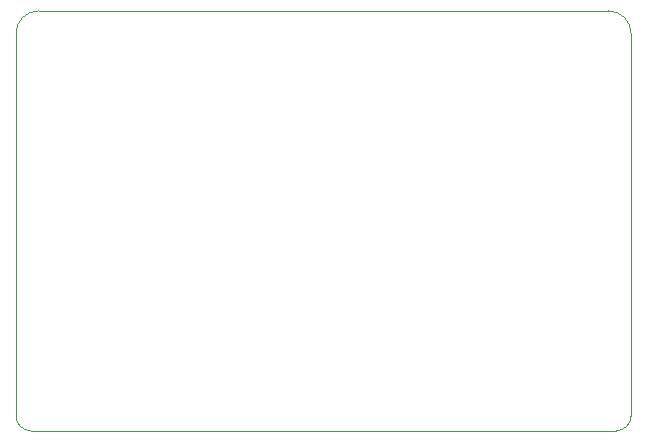
<source format=gbr>
%TF.GenerationSoftware,KiCad,Pcbnew,(6.0.0)*%
%TF.CreationDate,2022-03-07T15:46:10+00:00*%
%TF.ProjectId,ISOpowerWiFi_PCB,49534f70-6f77-4657-9257-6946695f5043,rev?*%
%TF.SameCoordinates,Original*%
%TF.FileFunction,Profile,NP*%
%FSLAX46Y46*%
G04 Gerber Fmt 4.6, Leading zero omitted, Abs format (unit mm)*
G04 Created by KiCad (PCBNEW (6.0.0)) date 2022-03-07 15:46:10*
%MOMM*%
%LPD*%
G01*
G04 APERTURE LIST*
%TA.AperFunction,Profile*%
%ADD10C,0.100000*%
%TD*%
G04 APERTURE END LIST*
D10*
X122428000Y-109410500D02*
G75*
G03*
X123698000Y-110680500I1269999J-1D01*
G01*
X122428000Y-109410500D02*
X122428000Y-77025500D01*
X173228000Y-110680500D02*
G75*
G03*
X174498000Y-109410500I1J1269999D01*
G01*
X173228000Y-110680500D02*
X123698000Y-110680500D01*
X174498000Y-77025500D02*
X174498000Y-109410500D01*
X174498000Y-77025500D02*
G75*
G03*
X172593000Y-75120500I-1905001J-1D01*
G01*
X124333000Y-75120500D02*
X172593000Y-75120500D01*
X124333000Y-75120500D02*
G75*
G03*
X122428000Y-77025500I1J-1905001D01*
G01*
M02*

</source>
